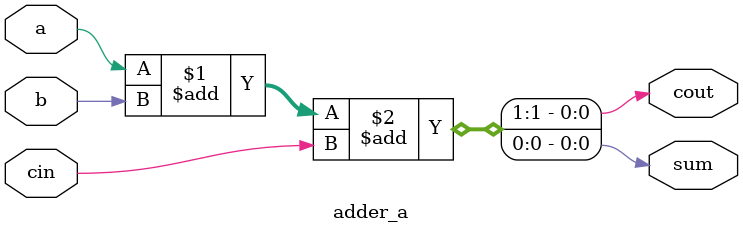
<source format=sv>
module adder_a (input a , b , cin , output sum , cout);
    assign {cout , sum} = a + b + cin;
endmodule
</source>
